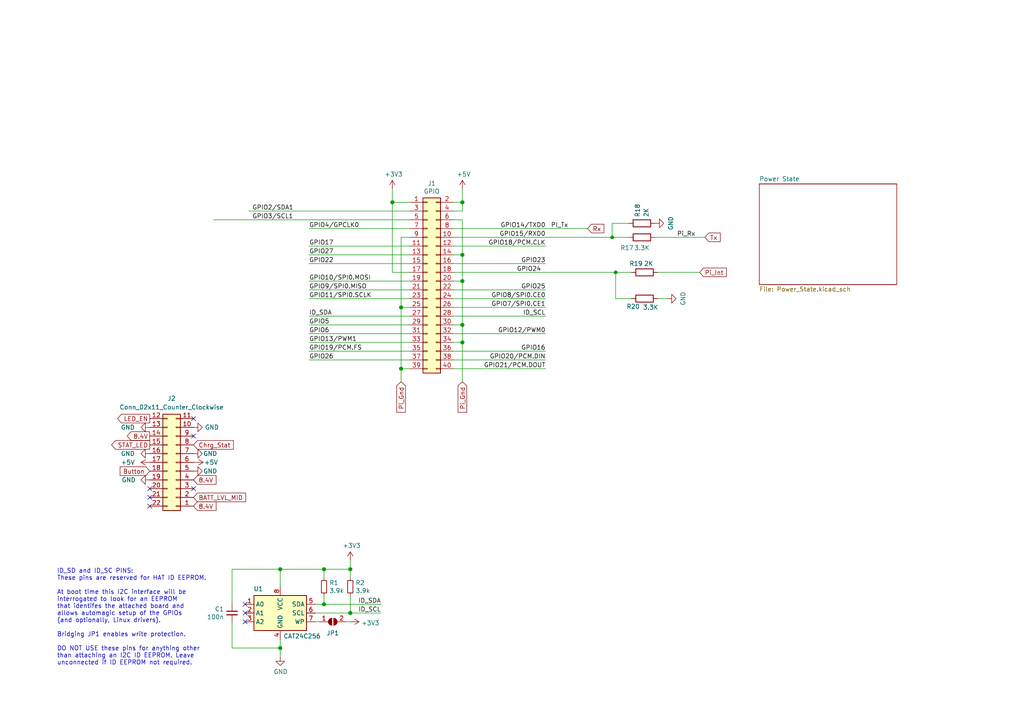
<source format=kicad_sch>
(kicad_sch (version 20250114) (generator "eeschema") (generator_version "9.0")
  (paper "A4")
  (title_block (title "OpenActionCam") (date "2025-04-10") (rev "0.2") (company "KBader94") (comment 1 "https://github.com/kbader94/OpenActionCam"))
  (lib_symbols
    (symbol "+5V_1" (power) (pin_names (offset 0))
      (property "Value" "+5V_1" (at 0 3.556 0))
      (symbol "+5V_1_0_1"
        (polyline (pts (xy -0.762 1.27) (xy 0 2.54)))
        (polyline (pts (xy 0 2.54) (xy 0.762 1.27)))
        (polyline (pts (xy 0 0) (xy 0 2.54)))
      )
      (symbol "+5V_1_1_1"
        (pin power_in line (at 0 0 90) (length 0) (hide yes) (name "+5V") (number "1"))
      )
    )
    (symbol "Connector_Generic:Conn_02x11_Counter_Clockwise" (pin_names (offset 1.016) (hide yes))
      (property "Reference" "J" (at 1.27 15.24 0))
      (property "Value" "Conn_02x11_Counter_Clockwise" (at 1.27 -15.24 0))
      (symbol "Conn_02x11_Counter_Clockwise_1_1"
        (rectangle (start -1.27 13.97) (end 3.81 -13.97) (stroke (width 0.254)) (fill (type background)))
        (rectangle (start -1.27 12.827) (end 0 12.573) (stroke (width 0.1524)))
        (rectangle (start -1.27 10.287) (end 0 10.033) (stroke (width 0.1524)))
        (rectangle (start -1.27 7.747) (end 0 7.493) (stroke (width 0.1524)))
        (rectangle (start -1.27 5.207) (end 0 4.953) (stroke (width 0.1524)))
        (rectangle (start -1.27 2.667) (end 0 2.413) (stroke (width 0.1524)))
        (rectangle (start -1.27 0.127) (end 0 -0.127) (stroke (width 0.1524)))
        (rectangle (start -1.27 -2.413) (end 0 -2.667) (stroke (width 0.1524)))
        (rectangle (start -1.27 -4.953) (end 0 -5.207) (stroke (width 0.1524)))
        (rectangle (start -1.27 -7.493) (end 0 -7.747) (stroke (width 0.1524)))
        (rectangle (start -1.27 -10.033) (end 0 -10.287) (stroke (width 0.1524)))
        (rectangle (start -1.27 -12.573) (end 0 -12.827) (stroke (width 0.1524)))
        (rectangle (start 3.81 12.827) (end 2.54 12.573) (stroke (width 0.1524)))
        (rectangle (start 3.81 10.287) (end 2.54 10.033) (stroke (width 0.1524)))
        (rectangle (start 3.81 7.747) (end 2.54 7.493) (stroke (width 0.1524)))
        (rectangle (start 3.81 5.207) (end 2.54 4.953) (stroke (width 0.1524)))
        (rectangle (start 3.81 2.667) (end 2.54 2.413) (stroke (width 0.1524)))
        (rectangle (start 3.81 0.127) (end 2.54 -0.127) (stroke (width 0.1524)))
        (rectangle (start 3.81 -2.413) (end 2.54 -2.667) (stroke (width 0.1524)))
        (rectangle (start 3.81 -4.953) (end 2.54 -5.207) (stroke (width 0.1524)))
        (rectangle (start 3.81 -7.493) (end 2.54 -7.747) (stroke (width 0.1524)))
        (rectangle (start 3.81 -10.033) (end 2.54 -10.287) (stroke (width 0.1524)))
        (rectangle (start 3.81 -12.573) (end 2.54 -12.827) (stroke (width 0.1524)))
        (pin passive line (at -5.08 12.7 0) (length 3.81) (name "Pin_1") (number "1"))
        (pin passive line (at -5.08 10.16 0) (length 3.81) (name "Pin_2") (number "2"))
        (pin passive line (at -5.08 7.62 0) (length 3.81) (name "Pin_3") (number "3"))
        (pin passive line (at -5.08 5.08 0) (length 3.81) (name "Pin_4") (number "4"))
        (pin passive line (at -5.08 2.54 0) (length 3.81) (name "Pin_5") (number "5"))
        (pin passive line (at -5.08 0 0) (length 3.81) (name "Pin_6") (number "6"))
        (pin passive line (at -5.08 -2.54 0) (length 3.81) (name "Pin_7") (number "7"))
        (pin passive line (at -5.08 -5.08 0) (length 3.81) (name "Pin_8") (number "8"))
        (pin passive line (at -5.08 -7.62 0) (length 3.81) (name "Pin_9") (number "9"))
        (pin passive line (at -5.08 -10.16 0) (length 3.81) (name "Pin_10") (number "10"))
        (pin passive line (at -5.08 -12.7 0) (length 3.81) (name "Pin_11") (number "11"))
        (pin passive line (at 7.62 12.7 180) (length 3.81) (name "Pin_22") (number "22"))
        (pin passive line (at 7.62 10.16 180) (length 3.81) (name "Pin_21") (number "21"))
        (pin passive line (at 7.62 7.62 180) (length 3.81) (name "Pin_20") (number "20"))
        (pin passive line (at 7.62 5.08 180) (length 3.81) (name "Pin_19") (number "19"))
        (pin passive line (at 7.62 2.54 180) (length 3.81) (name "Pin_18") (number "18"))
        (pin passive line (at 7.62 0 180) (length 3.81) (name "Pin_17") (number "17"))
        (pin passive line (at 7.62 -2.54 180) (length 3.81) (name "Pin_16") (number "16"))
        (pin passive line (at 7.62 -5.08 180) (length 3.81) (name "Pin_15") (number "15"))
        (pin passive line (at 7.62 -7.62 180) (length 3.81) (name "Pin_14") (number "14"))
        (pin passive line (at 7.62 -10.16 180) (length 3.81) (name "Pin_13") (number "13"))
        (pin passive line (at 7.62 -12.7 180) (length 3.81) (name "Pin_12") (number "12"))
      )
    )
    (symbol "Connector_Generic:Conn_02x20_Odd_Even" (pin_names (offset 1.016) (hide yes))
      (property "Reference" "J" (at 1.27 25.4 0))
      (property "Value" "Conn_02x20_Odd_Even" (at 1.27 -27.94 0))
      (symbol "Conn_02x20_Odd_Even_1_1"
        (rectangle (start -1.27 24.13) (end 3.81 -26.67) (stroke (width 0.254)) (fill (type background)))
        (rectangle (start -1.27 22.987) (end 0 22.733) (stroke (width 0.1524)))
        (rectangle (start -1.27 20.447) (end 0 20.193) (stroke (width 0.1524)))
        (rectangle (start -1.27 17.907) (end 0 17.653) (stroke (width 0.1524)))
        (rectangle (start -1.27 15.367) (end 0 15.113) (stroke (width 0.1524)))
        (rectangle (start -1.27 12.827) (end 0 12.573) (stroke (width 0.1524)))
        (rectangle (start -1.27 10.287) (end 0 10.033) (stroke (width 0.1524)))
        (rectangle (start -1.27 7.747) (end 0 7.493) (stroke (width 0.1524)))
        (rectangle (start -1.27 5.207) (end 0 4.953) (stroke (width 0.1524)))
        (rectangle (start -1.27 2.667) (end 0 2.413) (stroke (width 0.1524)))
        (rectangle (start -1.27 0.127) (end 0 -0.127) (stroke (width 0.1524)))
        (rectangle (start -1.27 -2.413) (end 0 -2.667) (stroke (width 0.1524)))
        (rectangle (start -1.27 -4.953) (end 0 -5.207) (stroke (width 0.1524)))
        (rectangle (start -1.27 -7.493) (end 0 -7.747) (stroke (width 0.1524)))
        (rectangle (start -1.27 -10.033) (end 0 -10.287) (stroke (width 0.1524)))
        (rectangle (start -1.27 -12.573) (end 0 -12.827) (stroke (width 0.1524)))
        (rectangle (start -1.27 -15.113) (end 0 -15.367) (stroke (width 0.1524)))
        (rectangle (start -1.27 -17.653) (end 0 -17.907) (stroke (width 0.1524)))
        (rectangle (start -1.27 -20.193) (end 0 -20.447) (stroke (width 0.1524)))
        (rectangle (start -1.27 -22.733) (end 0 -22.987) (stroke (width 0.1524)))
        (rectangle (start -1.27 -25.273) (end 0 -25.527) (stroke (width 0.1524)))
        (rectangle (start 3.81 22.987) (end 2.54 22.733) (stroke (width 0.1524)))
        (rectangle (start 3.81 20.447) (end 2.54 20.193) (stroke (width 0.1524)))
        (rectangle (start 3.81 17.907) (end 2.54 17.653) (stroke (width 0.1524)))
        (rectangle (start 3.81 15.367) (end 2.54 15.113) (stroke (width 0.1524)))
        (rectangle (start 3.81 12.827) (end 2.54 12.573) (stroke (width 0.1524)))
        (rectangle (start 3.81 10.287) (end 2.54 10.033) (stroke (width 0.1524)))
        (rectangle (start 3.81 7.747) (end 2.54 7.493) (stroke (width 0.1524)))
        (rectangle (start 3.81 5.207) (end 2.54 4.953) (stroke (width 0.1524)))
        (rectangle (start 3.81 2.667) (end 2.54 2.413) (stroke (width 0.1524)))
        (rectangle (start 3.81 0.127) (end 2.54 -0.127) (stroke (width 0.1524)))
        (rectangle (start 3.81 -2.413) (end 2.54 -2.667) (stroke (width 0.1524)))
        (rectangle (start 3.81 -4.953) (end 2.54 -5.207) (stroke (width 0.1524)))
        (rectangle (start 3.81 -7.493) (end 2.54 -7.747) (stroke (width 0.1524)))
        (rectangle (start 3.81 -10.033) (end 2.54 -10.287) (stroke (width 0.1524)))
        (rectangle (start 3.81 -12.573) (end 2.54 -12.827) (stroke (width 0.1524)))
        (rectangle (start 3.81 -15.113) (end 2.54 -15.367) (stroke (width 0.1524)))
        (rectangle (start 3.81 -17.653) (end 2.54 -17.907) (stroke (width 0.1524)))
        (rectangle (start 3.81 -20.193) (end 2.54 -20.447) (stroke (width 0.1524)))
        (rectangle (start 3.81 -22.733) (end 2.54 -22.987) (stroke (width 0.1524)))
        (rectangle (start 3.81 -25.273) (end 2.54 -25.527) (stroke (width 0.1524)))
        (pin passive line (at -5.08 22.86 0) (length 3.81) (name "Pin_1") (number "1"))
        (pin passive line (at -5.08 20.32 0) (length 3.81) (name "Pin_3") (number "3"))
        (pin passive line (at -5.08 17.78 0) (length 3.81) (name "Pin_5") (number "5"))
        (pin passive line (at -5.08 15.24 0) (length 3.81) (name "Pin_7") (number "7"))
        (pin passive line (at -5.08 12.7 0) (length 3.81) (name "Pin_9") (number "9"))
        (pin passive line (at -5.08 10.16 0) (length 3.81) (name "Pin_11") (number "11"))
        (pin passive line (at -5.08 7.62 0) (length 3.81) (name "Pin_13") (number "13"))
        (pin passive line (at -5.08 5.08 0) (length 3.81) (name "Pin_15") (number "15"))
        (pin passive line (at -5.08 2.54 0) (length 3.81) (name "Pin_17") (number "17"))
        (pin passive line (at -5.08 0 0) (length 3.81) (name "Pin_19") (number "19"))
        (pin passive line (at -5.08 -2.54 0) (length 3.81) (name "Pin_21") (number "21"))
        (pin passive line (at -5.08 -5.08 0) (length 3.81) (name "Pin_23") (number "23"))
        (pin passive line (at -5.08 -7.62 0) (length 3.81) (name "Pin_25") (number "25"))
        (pin passive line (at -5.08 -10.16 0) (length 3.81) (name "Pin_27") (number "27"))
        (pin passive line (at -5.08 -12.7 0) (length 3.81) (name "Pin_29") (number "29"))
        (pin passive line (at -5.08 -15.24 0) (length 3.81) (name "Pin_31") (number "31"))
        (pin passive line (at -5.08 -17.78 0) (length 3.81) (name "Pin_33") (number "33"))
        (pin passive line (at -5.08 -20.32 0) (length 3.81) (name "Pin_35") (number "35"))
        (pin passive line (at -5.08 -22.86 0) (length 3.81) (name "Pin_37") (number "37"))
        (pin passive line (at -5.08 -25.4 0) (length 3.81) (name "Pin_39") (number "39"))
        (pin passive line (at 7.62 22.86 180) (length 3.81) (name "Pin_2") (number "2"))
        (pin passive line (at 7.62 20.32 180) (length 3.81) (name "Pin_4") (number "4"))
        (pin passive line (at 7.62 17.78 180) (length 3.81) (name "Pin_6") (number "6"))
        (pin passive line (at 7.62 15.24 180) (length 3.81) (name "Pin_8") (number "8"))
        (pin passive line (at 7.62 12.7 180) (length 3.81) (name "Pin_10") (number "10"))
        (pin passive line (at 7.62 10.16 180) (length 3.81) (name "Pin_12") (number "12"))
        (pin passive line (at 7.62 7.62 180) (length 3.81) (name "Pin_14") (number "14"))
        (pin passive line (at 7.62 5.08 180) (length 3.81) (name "Pin_16") (number "16"))
        (pin passive line (at 7.62 2.54 180) (length 3.81) (name "Pin_18") (number "18"))
        (pin passive line (at 7.62 0 180) (length 3.81) (name "Pin_20") (number "20"))
        (pin passive line (at 7.62 -2.54 180) (length 3.81) (name "Pin_22") (number "22"))
        (pin passive line (at 7.62 -5.08 180) (length 3.81) (name "Pin_24") (number "24"))
        (pin passive line (at 7.62 -7.62 180) (length 3.81) (name "Pin_26") (number "26"))
        (pin passive line (at 7.62 -10.16 180) (length 3.81) (name "Pin_28") (number "28"))
        (pin passive line (at 7.62 -12.7 180) (length 3.81) (name "Pin_30") (number "30"))
        (pin passive line (at 7.62 -15.24 180) (length 3.81) (name "Pin_32") (number "32"))
        (pin passive line (at 7.62 -17.78 180) (length 3.81) (name "Pin_34") (number "34"))
        (pin passive line (at 7.62 -20.32 180) (length 3.81) (name "Pin_36") (number "36"))
        (pin passive line (at 7.62 -22.86 180) (length 3.81) (name "Pin_38") (number "38"))
        (pin passive line (at 7.62 -25.4 180) (length 3.81) (name "Pin_40") (number "40"))
      )
    )
    (symbol "Device:C_Small" (pin_numbers (hide yes)) (pin_names (offset 0.254) (hide yes))
      (property "Reference" "C" (at 0.254 1.778 0))
      (property "Value" "C_Small" (at 0.254 -2.032 0))
      (symbol "C_Small_0_1"
        (polyline (pts (xy -1.524 0.508) (xy 1.524 0.508)) (stroke (width 0.3048)))
        (polyline (pts (xy -1.524 -0.508) (xy 1.524 -0.508)) (stroke (width 0.3302)))
      )
      (symbol "C_Small_1_1"
        (pin passive line (at 0 2.54 270) (length 2.032) (name "~") (number "1"))
        (pin passive line (at 0 -2.54 90) (length 2.032) (name "~") (number "2"))
      )
    )
    (symbol "Device:R" (pin_numbers (hide yes)) (pin_names (offset 0))
      (property "Reference" "R" (at 2.032 0 90))
      (property "Value" "R" (at 0 0 90))
      (symbol "R_0_1"
        (rectangle (start -1.016 -2.54) (end 1.016 2.54) (stroke (width 0.254)))
      )
      (symbol "R_1_1"
        (pin passive line (at 0 3.81 270) (length 1.27) (name "~") (number "1"))
        (pin passive line (at 0 -3.81 90) (length 1.27) (name "~") (number "2"))
      )
    )
    (symbol "Device:R_Small" (pin_numbers (hide yes)) (pin_names (offset 0.254) (hide yes))
      (property "Reference" "R" (at 0.762 0.508 0))
      (property "Value" "R_Small" (at 0.762 -1.016 0))
      (symbol "R_Small_0_1"
        (rectangle (start -0.762 1.778) (end 0.762 -1.778) (stroke (width 0.2032)))
      )
      (symbol "R_Small_1_1"
        (pin passive line (at 0 2.54 270) (length 0.762) (name "~") (number "1"))
        (pin passive line (at 0 -2.54 90) (length 0.762) (name "~") (number "2"))
      )
    )
    (symbol "GND_1" (power) (pin_names (offset 0))
      (property "Value" "GND_1" (at 0 -3.81 0))
      (symbol "GND_1_0_1"
        (polyline (pts (xy 0 0) (xy 0 -1.27) (xy 1.27 -1.27) (xy 0 -2.54) (xy -1.27 -1.27) (xy 0 -1.27)))
      )
      (symbol "GND_1_1_1"
        (pin power_in line (at 0 0 270) (length 0) (hide yes) (name "GND") (number "1"))
      )
    )
    (symbol "GND_2" (power) (pin_names (offset 0))
      (property "Value" "GND_2" (at 0 -3.81 0))
      (symbol "GND_2_0_1"
        (polyline (pts (xy 0 0) (xy 0 -1.27) (xy 1.27 -1.27) (xy 0 -2.54) (xy -1.27 -1.27) (xy 0 -1.27)))
      )
      (symbol "GND_2_1_1"
        (pin power_in line (at 0 0 270) (length 0) (hide yes) (name "GND") (number "1"))
      )
    )
    (symbol "Jumper:SolderJumper_2_Open" (pin_names (offset 0) (hide yes))
      (property "Reference" "JP" (at 0 2.032 0))
      (property "Value" "SolderJumper_2_Open" (at 0 -2.54 0))
      (symbol "SolderJumper_2_Open_0_1"
        (polyline (pts (xy -0.254 1.016) (xy -0.254 -1.016)))
        (arc (start -0.254 -1.016) (mid -1.2656 0) (end -0.254 1.016))
        (arc (start -0.254 -1.016) (mid -1.2656 0) (end -0.254 1.016) (fill (type outline)))
        (arc (start 0.254 1.016) (mid 1.2656 0) (end 0.254 -1.016))
        (arc (start 0.254 1.016) (mid 1.2656 0) (end 0.254 -1.016) (fill (type outline)))
        (polyline (pts (xy 0.254 1.016) (xy 0.254 -1.016)))
      )
      (symbol "SolderJumper_2_Open_1_1"
        (pin passive line (at -3.81 0 0) (length 2.54) (name "A") (number "1"))
        (pin passive line (at 3.81 0 180) (length 2.54) (name "B") (number "2"))
      )
    )
    (symbol "Memory_EEPROM:CAT24C256"
      (property "Reference" "U" (at -6.35 6.35 0))
      (property "Value" "CAT24C256" (at 1.27 6.35 0))
      (symbol "CAT24C256_1_1"
        (rectangle (start -7.62 5.08) (end 7.62 -5.08) (stroke (width 0.254)) (fill (type background)))
        (pin input line (at -10.16 2.54 0) (length 2.54) (name "A0") (number "1"))
        (pin input line (at -10.16 0 0) (length 2.54) (name "A1") (number "2"))
        (pin input line (at -10.16 -2.54 0) (length 2.54) (name "A2") (number "3"))
        (pin power_in line (at 0 7.62 270) (length 2.54) (name "VCC") (number "8"))
        (pin power_in line (at 0 -7.62 90) (length 2.54) (name "GND") (number "4"))
        (pin bidirectional line (at 10.16 2.54 180) (length 2.54) (name "SDA") (number "5"))
        (pin input line (at 10.16 0 180) (length 2.54) (name "SCL") (number "6"))
        (pin input line (at 10.16 -2.54 180) (length 2.54) (name "WP") (number "7"))
      )
    )
    (symbol "power:+3.3V" (power) (pin_names (offset 0))
      (property "Value" "+3.3V" (at 0 3.556 0))
      (symbol "+3.3V_0_1"
        (polyline (pts (xy -0.762 1.27) (xy 0 2.54)))
        (polyline (pts (xy 0 2.54) (xy 0.762 1.27)))
        (polyline (pts (xy 0 0) (xy 0 2.54)))
      )
      (symbol "+3.3V_1_1"
        (pin power_in line (at 0 0 90) (length 0) (hide yes) (name "+3V3") (number "1"))
      )
    )
    (symbol "power:+5V" (power) (pin_names (offset 0))
      (property "Value" "+5V" (at 0 3.556 0))
      (symbol "+5V_0_1"
        (polyline (pts (xy -0.762 1.27) (xy 0 2.54)))
        (polyline (pts (xy 0 2.54) (xy 0.762 1.27)))
        (polyline (pts (xy 0 0) (xy 0 2.54)))
      )
      (symbol "+5V_1_1"
        (pin power_in line (at 0 0 90) (length 0) (hide yes) (name "+5V") (number "1"))
      )
    )
    (symbol "power:GND" (power) (pin_names (offset 0))
      (property "Value" "GND" (at 0 -3.81 0))
      (symbol "GND_0_1"
        (polyline (pts (xy 0 0) (xy 0 -1.27) (xy 1.27 -1.27) (xy 0 -2.54) (xy -1.27 -1.27) (xy 0 -1.27)))
      )
      (symbol "GND_1_1"
        (pin power_in line (at 0 0 270) (length 0) (hide yes) (name "GND") (number "1"))
      )
    )
  )
  (text "ID_SD and ID_SC PINS:\nThese pins are reserved for HAT ID EEPROM.\n\nAt boot time this I2C interface will be\ninterrogated to look for an EEPROM\nthat identifes the attached board and\nallows automagic setup of the GPIOs\n(and optionally, Linux drivers).\n\nBridging JP1 enables write protection.\n\nDO NOT USE these pins for anything other\nthan attaching an I2C ID EEPROM. Leave\nunconnected if ID EEPROM not required." (at 16.51 193.04 0) (effects (font (size 1.27 1.27)) (justify left bottom)))
  (junction (at 134.112 94.234) (diameter 1.016))
  (junction (at 101.6 165.1) (diameter 1.016))
  (junction (at 113.792 58.674) (diameter 1.016))
  (junction (at 134.112 99.314) (diameter 1.016))
  (junction (at 93.98 175.26) (diameter 1.016))
  (junction (at 116.332 89.154) (diameter 1.016))
  (junction (at 178.562 78.994))
  (junction (at 134.112 81.534) (diameter 1.016))
  (junction (at 134.112 73.914) (diameter 1.016))
  (junction (at 93.98 165.1) (diameter 1.016))
  (junction (at 81.28 187.96) (diameter 1.016))
  (junction (at 81.28 165.1) (diameter 1.016))
  (junction (at 177.546 68.834))
  (junction (at 116.332 106.934) (diameter 1.016))
  (junction (at 134.112 58.674) (diameter 1.016))
  (junction (at 101.6 177.8) (diameter 1.016))
  (no_connect (at 71.12 175.26))
  (no_connect (at 71.12 177.8))
  (no_connect (at 71.12 180.34))
  (no_connect (at 56.134 126.492))
  (no_connect (at 43.434 146.812))
  (no_connect (at 56.134 121.412))
  (no_connect (at 43.434 141.732))
  (no_connect (at 43.434 144.272))
  (no_connect (at 56.134 141.732))
  (wire (pts (xy 116.332 89.154) (xy 116.332 106.934)))
  (wire (pts (xy 131.572 89.154) (xy 158.242 89.154)))
  (wire (pts (xy 190.754 78.994) (xy 202.946 78.994)))
  (wire (pts (xy 118.872 71.374) (xy 89.662 71.374)))
  (wire (pts (xy 81.28 165.1) (xy 93.98 165.1)))
  (wire (pts (xy 101.6 165.1) (xy 93.98 165.1)))
  (wire (pts (xy 101.6 167.64) (xy 101.6 165.1)))
  (wire (pts (xy 134.112 63.754) (xy 134.112 73.914)))
  (wire (pts (xy 134.112 81.534) (xy 131.572 81.534)))
  (wire (pts (xy 134.112 94.234) (xy 134.112 99.314)))
  (wire (pts (xy 134.112 81.534) (xy 134.112 94.234)))
  (wire (pts (xy 131.572 66.294) (xy 170.434 66.294)))
  (wire (pts (xy 116.332 68.834) (xy 116.332 89.154)))
  (wire (pts (xy 91.44 175.26) (xy 93.98 175.26)))
  (wire (pts (xy 93.98 175.26) (xy 110.49 175.26)))
  (wire (pts (xy 116.332 68.834) (xy 118.872 68.834)))
  (wire (pts (xy 91.44 180.34) (xy 92.71 180.34)))
  (wire (pts (xy 100.33 180.34) (xy 101.6 180.34)))
  (wire (pts (xy 131.572 86.614) (xy 158.242 86.614)))
  (wire (pts (xy 118.872 91.694) (xy 89.662 91.694)))
  (wire (pts (xy 178.562 86.614) (xy 178.562 78.994)))
  (wire (pts (xy 89.662 94.234) (xy 118.872 94.234)))
  (wire (pts (xy 116.332 89.154) (xy 118.872 89.154)))
  (wire (pts (xy 101.6 162.56) (xy 101.6 165.1)))
  (wire (pts (xy 131.572 76.454) (xy 158.242 76.454)))
  (wire (pts (xy 81.28 165.1) (xy 81.28 170.18)))
  (wire (pts (xy 131.572 106.934) (xy 158.242 106.934)))
  (wire (pts (xy 116.332 106.934) (xy 116.332 110.744)))
  (wire (pts (xy 89.662 73.914) (xy 118.872 73.914)))
  (wire (pts (xy 101.6 172.72) (xy 101.6 177.8)))
  (wire (pts (xy 113.792 54.864) (xy 113.792 58.674)))
  (wire (pts (xy 134.112 99.314) (xy 131.572 99.314)))
  (wire (pts (xy 182.372 64.77) (xy 177.546 64.77)))
  (wire (pts (xy 89.662 86.614) (xy 118.872 86.614)))
  (wire (pts (xy 113.792 78.994) (xy 118.872 78.994)))
  (wire (pts (xy 134.112 58.674) (xy 134.112 61.214)))
  (wire (pts (xy 134.112 73.914) (xy 134.112 81.534)))
  (wire (pts (xy 131.572 71.374) (xy 158.242 71.374)))
  (wire (pts (xy 134.112 73.914) (xy 131.572 73.914)))
  (wire (pts (xy 134.112 54.864) (xy 134.112 58.674)))
  (wire (pts (xy 89.662 66.294) (xy 118.872 66.294)))
  (wire (pts (xy 93.98 165.1) (xy 93.98 167.64)))
  (wire (pts (xy 134.112 58.674) (xy 131.572 58.674)))
  (wire (pts (xy 113.792 58.674) (xy 113.792 78.994)))
  (wire (pts (xy 93.98 172.72) (xy 93.98 175.26)))
  (wire (pts (xy 91.44 177.8) (xy 101.6 177.8)))
  (wire (pts (xy 101.6 177.8) (xy 110.49 177.8)))
  (wire (pts (xy 89.662 76.454) (xy 118.872 76.454)))
  (wire (pts (xy 89.662 84.074) (xy 118.872 84.074)))
  (wire (pts (xy 89.662 96.774) (xy 118.872 96.774)))
  (wire (pts (xy 177.546 64.77) (xy 177.546 68.834)))
  (wire (pts (xy 56.134 134.112) (xy 56.388 134.112)))
  (wire (pts (xy 134.112 61.214) (xy 131.572 61.214)))
  (wire (pts (xy 189.992 68.834) (xy 204.47 68.834)))
  (wire (pts (xy 89.662 101.854) (xy 118.872 101.854)))
  (wire (pts (xy 131.572 101.854) (xy 158.242 101.854)))
  (wire (pts (xy 131.572 96.774) (xy 158.242 96.774)))
  (wire (pts (xy 116.332 106.934) (xy 118.872 106.934)))
  (wire (pts (xy 131.572 104.394) (xy 158.242 104.394)))
  (wire (pts (xy 182.372 68.834) (xy 177.546 68.834)))
  (wire (pts (xy 134.112 63.754) (xy 131.572 63.754)))
  (wire (pts (xy 89.662 104.394) (xy 118.872 104.394)))
  (wire (pts (xy 178.562 78.994) (xy 183.134 78.994)))
  (wire (pts (xy 118.872 61.214) (xy 72.136 61.214)))
  (wire (pts (xy 131.572 78.994) (xy 178.562 78.994)))
  (wire (pts (xy 67.31 165.1) (xy 67.31 175.26)))
  (wire (pts (xy 67.31 180.34) (xy 67.31 187.96)))
  (wire (pts (xy 67.31 187.96) (xy 81.28 187.96)))
  (wire (pts (xy 81.28 165.1) (xy 67.31 165.1)))
  (wire (pts (xy 61.976 63.754) (xy 118.872 63.754)))
  (wire (pts (xy 81.28 185.42) (xy 81.28 187.96)))
  (wire (pts (xy 81.28 187.96) (xy 81.28 190.5)))
  (wire (pts (xy 131.572 68.834) (xy 177.546 68.834)))
  (wire (pts (xy 134.112 99.314) (xy 134.112 110.744)))
  (wire (pts (xy 131.572 84.074) (xy 158.242 84.074)))
  (wire (pts (xy 118.872 99.314) (xy 89.662 99.314)))
  (wire (pts (xy 193.548 86.614) (xy 190.754 86.614)))
  (wire (pts (xy 134.112 94.234) (xy 131.572 94.234)))
  (wire (pts (xy 113.792 58.674) (xy 118.872 58.674)))
  (wire (pts (xy 178.562 86.614) (xy 183.134 86.614)))
  (wire (pts (xy 118.872 81.534) (xy 89.662 81.534)))
  (wire (pts (xy 131.572 91.694) (xy 158.242 91.694)))
  (label "ID_SDA" (at 89.662 91.694 0))
  (label "GPIO6" (at 89.662 96.774 0))
  (label "ID_SDA" (at 110.49 175.26 180))
  (label "ID_SCL" (at 158.242 91.694 180))
  (label "GPIO5" (at 89.662 94.234 0))
  (label "GPIO21{slash}PCM.DOUT" (at 158.242 106.934 180))
  (label "GPIO19{slash}PCM.FS" (at 89.662 101.854 0))
  (label "GPIO10{slash}SPI0.MOSI" (at 89.662 81.534 0))
  (label "Pi_Rx" (at 196.342 68.834 0))
  (label "GPIO9{slash}SPI0.MISO" (at 89.662 84.074 0))
  (label "GPIO23" (at 158.242 76.454 180))
  (label "GPIO4{slash}GPCLK0" (at 89.662 66.294 0))
  (label "GPIO27" (at 89.662 73.914 0))
  (label "GPIO26" (at 89.662 104.394 0))
  (label "GPIO14{slash}TXD0" (at 158.242 66.294 180))
  (label "GPIO8{slash}SPI0.CE0" (at 158.242 86.614 180))
  (label "GPIO15{slash}RXD0" (at 158.242 68.834 180))
  (label "GPIO16" (at 158.242 101.854 180))
  (label "GPIO22" (at 89.662 76.454 0))
  (label "GPIO2{slash}SDA1" (at 73.152 61.214 0))
  (label "GPIO17" (at 89.662 71.374 0))
  (label "GPIO25" (at 158.242 84.074 180))
  (label "GPIO3{slash}SCL1" (at 73.152 63.754 0))
  (label "GPIO18{slash}PCM.CLK" (at 158.242 71.374 180))
  (label "GPIO12{slash}PWM0" (at 158.242 96.774 180))
  (label "GPIO13{slash}PWM1" (at 89.662 99.314 0))
  (label "GPIO20{slash}PCM.DIN" (at 158.242 104.394 180))
  (label "GPIO24" (at 156.972 78.994 180))
  (label "GPIO7{slash}SPI0.CE1" (at 158.242 89.154 180))
  (label "ID_SCL" (at 110.49 177.8 180))
  (label "PI_Tx" (at 159.766 66.294 0))
  (label "GPIO11{slash}SPI0.SCLK" (at 89.662 86.614 0))
  (global_label "Button" (shape input) (at 43.434 136.652 180) (property "Intersheetrefs" "${INTERSHEET_REFS}" (effects (hide yes))))
  (global_label "Pi_Gnd" (shape input) (at 134.112 110.744 270) (property "Intersheetrefs" "${INTERSHEET_REFS}" (effects (hide yes))))
  (global_label "8.4V" (shape input) (at 56.134 146.812 0) (property "Intersheetrefs" "${INTERSHEET_REFS}" (effects (hide yes))))
  (global_label "8.4V" (shape input) (at 56.134 139.192 0) (property "Intersheetrefs" "${INTERSHEET_REFS}" (effects (hide yes))))
  (global_label "STAT_LED" (shape output) (at 43.434 129.032 180) (property "Intersheetrefs" "${INTERSHEET_REFS}" (effects (hide yes))))
  (global_label "Chrg_Stat" (shape input) (at 56.134 129.032 0) (property "Intersheetrefs" "${INTERSHEET_REFS}" (effects (hide yes))))
  (global_label "Rx" (shape input) (at 170.434 66.294 0) (property "Intersheetrefs" "${INTERSHEET_REFS}" (effects (hide yes))))
  (global_label "8.4V" (shape output) (at 43.434 126.492 180) (property "Intersheetrefs" "${INTERSHEET_REFS}" (effects (hide yes))))
  (global_label "Pi_Int" (shape input) (at 202.946 78.994 0) (property "Intersheetrefs" "${INTERSHEET_REFS}" (effects (hide yes))))
  (global_label "LED_EN" (shape output) (at 43.434 121.412 180) (property "Intersheetrefs" "${INTERSHEET_REFS}" (effects (hide yes))))
  (global_label "BATT_LVL_MID" (shape input) (at 56.134 144.272 0) (property "Intersheetrefs" "${INTERSHEET_REFS}" (effects (hide yes))))
  (global_label "Pi_Gnd" (shape input) (at 116.332 110.744 270) (property "Intersheetrefs" "${INTERSHEET_REFS}" (effects (hide yes))))
  (global_label "Tx" (shape input) (at 204.47 68.834 0) (property "Intersheetrefs" "${INTERSHEET_REFS}" (effects (hide yes))))
  (symbol (lib_id "power:+5V") (at 134.112 54.864 0) (unit 1)
    (property "Reference" "#PWR01" (effects (hide yes)))
    (property "Value" "+5V" (at 134.4803 50.5396 0))
  )
  (symbol (lib_id "power:+3.3V") (at 113.792 54.864 0) (unit 1)
    (property "Reference" "#PWR04" (effects (hide yes)))
    (property "Value" "+3V3" (at 114.1603 50.5396 0))
  )
  (symbol (lib_id "Connector_Generic:Conn_02x20_Odd_Even") (at 123.952 81.534 0) (unit 1)
    (property "Reference" "J1" (at 125.222 53.1938 0))
    (property "Value" "GPIO" (at 125.222 55.499 0))
    (property "Footprint" "Module:Raspberry_Pi_Zero_Socketed_THT_FaceDown_MountingHoles" (effects (hide yes)))
  )
  (symbol (lib_id "power:GND") (at 56.134 136.652 90) (unit 1)
    (property "Reference" "#PWR060" (effects (hide yes)))
    (property "Value" "GND" (at 60.96 136.652 90))
  )
  (symbol (lib_id "Device:R") (at 186.182 68.834 270) (unit 1)
    (property "Reference" "R17" (at 181.864 71.882 90))
    (property "Value" "3.3K" (at 186.182 71.882 90))
    (property "Footprint" "Resistor_SMD:R_0603_1608Metric_Pad0.98x0.95mm_HandSolder" (effects (hide yes)))
  )
  (symbol (lib_id "Device:C_Small") (at 67.31 177.8 0) (unit 1)
    (property "Reference" "C1" (at 64.9858 176.6506 0) (effects (justify right)))
    (property "Value" "100n" (at 64.9858 178.9493 0) (effects (justify right)))
    (property "Footprint" "Capacitor_SMD:C_0603_1608Metric_Pad1.08x0.95mm_HandSolder" (effects (hide yes)))
  )
  (symbol (lib_id "Device:R_Small") (at 93.98 170.18 0) (unit 1)
    (property "Reference" "R1" (at 95.4786 169.037 0) (effects (justify left)))
    (property "Value" "3.9k" (at 95.4787 171.3293 0) (effects (justify left)))
    (property "Footprint" "Resistor_SMD:R_0603_1608Metric_Pad0.98x0.95mm_HandSolder" (effects (hide yes)))
  )
  (symbol (lib_id "power:GND") (at 43.434 131.572 270) (mirror x) (unit 1)
    (property "Reference" "#PWR067" (effects (hide yes)))
    (property "Value" "GND" (at 39.116 131.572 90) (effects (justify right)))
  )
  (symbol (lib_id "power:GND") (at 56.134 123.952 90) (unit 1)
    (property "Reference" "#PWR066" (effects (hide yes)))
    (property "Value" "GND" (at 61.468 123.952 90))
  )
  (symbol (lib_name "+5V_1") (lib_id "power:+5V") (at 43.434 134.112 90) (mirror x) (unit 1)
    (property "Reference" "#PWR07" (effects (hide yes)))
    (property "Value" "+5V" (at 39.116 134.112 90) (effects (justify left)))
  )
  (symbol (lib_id "Jumper:SolderJumper_2_Open") (at 96.52 180.34 0) (unit 1)
    (property "Reference" "JP1" (at 96.52 183.623 0))
    (property "Value" "ID_WP" (effects (hide yes)))
    (property "Footprint" "Jumper:SolderJumper-2_P1.3mm_Open_Pad1.0x1.5mm" (effects (hide yes)))
  )
  (symbol (lib_id "Device:R") (at 186.944 78.994 270) (unit 1)
    (property "Reference" "R20" (at 183.642 88.9 90))
    (property "Value" "3.3K" (at 188.722 89.154 90))
    (property "Footprint" "Resistor_SMD:R_0603_1608Metric_Pad0.98x0.95mm_HandSolder" (effects (hide yes)))
  )
  (symbol (lib_id "Device:R_Small") (at 101.6 170.18 0) (unit 1)
    (property "Reference" "R2" (at 103.0986 169.037 0) (effects (justify left)))
    (property "Value" "3.9k" (at 103.0987 171.3293 0) (effects (justify left)))
    (property "Footprint" "Resistor_SMD:R_0603_1608Metric_Pad0.98x0.95mm_HandSolder" (effects (hide yes)))
  )
  (symbol (lib_id "power:+3.3V") (at 101.6 162.56 0) (unit 1)
    (property "Reference" "#PWR0101" (effects (hide yes)))
    (property "Value" "+3V3" (at 101.9683 158.2356 0))
  )
  (symbol (lib_id "Device:R") (at 186.182 64.77 90) (unit 1)
    (property "Reference" "R18" (at 184.912 62.992 0) (effects (justify left)))
    (property "Value" "2K" (at 187.452 62.992 0) (effects (justify left)))
    (property "Footprint" "Resistor_SMD:R_0603_1608Metric_Pad0.98x0.95mm_HandSolder" (effects (hide yes)))
  )
  (symbol (lib_id "Memory_EEPROM:CAT24C256") (at 81.28 177.8 0) (unit 1)
    (property "Reference" "U1" (at 74.93 170.7958 0))
    (property "Value" "CAT24C256" (at 87.63 184.5245 0))
    (property "Footprint" "IC - CAT24C256WI-GT3:SOIC127P600X175-8N" (effects (hide yes)))
    (property "Datasheet" "https://www.onsemi.cn/PowerSolutions/document/CAT24C256-D.PDF" (effects (hide yes)))
  )
  (symbol (lib_id "power:GND") (at 56.134 131.572 90) (unit 1)
    (property "Reference" "#PWR064" (effects (hide yes)))
    (property "Value" "GND" (at 60.96 131.572 90))
  )
  (symbol (lib_id "power:+5V") (at 56.388 134.112 270) (unit 1)
    (property "Reference" "#PWR061" (effects (hide yes)))
    (property "Value" "+5V" (at 61.214 134.112 90))
  )
  (symbol (lib_id "Connector_Generic:Conn_02x11_Counter_Clockwise") (at 51.054 134.112 180) (unit 1)
    (property "Reference" "J2" (at 49.784 115.57 0))
    (property "Value" "Conn_02x11_Counter_Clockwise" (at 49.784 118.11 0))
    (property "Footprint" "Board:Board_outline" (effects (hide yes)))
  )
  (symbol (lib_id "Device:R") (at 186.944 86.614 90) (unit 1)
    (property "Reference" "R19" (at 186.436 76.454 90) (effects (justify left)))
    (property "Value" "2K" (at 189.484 76.454 90) (effects (justify left)))
    (property "Footprint" "Resistor_SMD:R_0603_1608Metric_Pad0.98x0.95mm_HandSolder" (effects (hide yes)))
  )
  (symbol (lib_id "power:GND") (at 81.28 190.5 0) (unit 1)
    (property "Reference" "#PWR0102" (effects (hide yes)))
    (property "Value" "GND" (at 81.3943 194.8244 0))
  )
  (symbol (lib_name "GND_2") (lib_id "power:GND") (at 43.434 139.192 270) (unit 1)
    (property "Reference" "#PWR073" (effects (hide yes)))
    (property "Value" "GND" (at 39.37 139.192 90) (effects (justify right)))
  )
  (symbol (lib_name "GND_1") (lib_id "power:GND") (at 193.548 86.614 90) (unit 1)
    (property "Reference" "#PWR038" (effects (hide yes)))
    (property "Value" "GND" (at 198.12 86.614 0))
  )
  (symbol (lib_id "power:GND") (at 43.434 123.952 270) (mirror x) (unit 1)
    (property "Reference" "#PWR05" (effects (hide yes)))
    (property "Value" "GND" (at 39.116 123.952 90) (effects (justify right)))
  )
  (symbol (lib_id "power:+3.3V") (at 101.6 180.34 270) (unit 1)
    (property "Reference" "#PWR0103" (effects (hide yes)))
    (property "Value" "+3V3" (at 104.7751 180.7083 90) (effects (justify left)))
  )
  (symbol (lib_name "GND_1") (lib_id "power:GND") (at 189.992 64.77 90) (unit 1)
    (property "Reference" "#PWR037" (effects (hide yes)))
    (property "Value" "GND" (at 194.564 64.77 0))
  )
  (sheet (at 220.218 53.34) (size 39.878 29.21) (stroke (width 0.1524))
    (property "Sheetname" "Power State" (at 220.218 52.6284 0) (effects (justify left bottom)))
    (property "Sheetfile" "Power_State.kicad_sch" (at 220.218 83.1346 0) (effects (justify left top)))
  )
)
</source>
